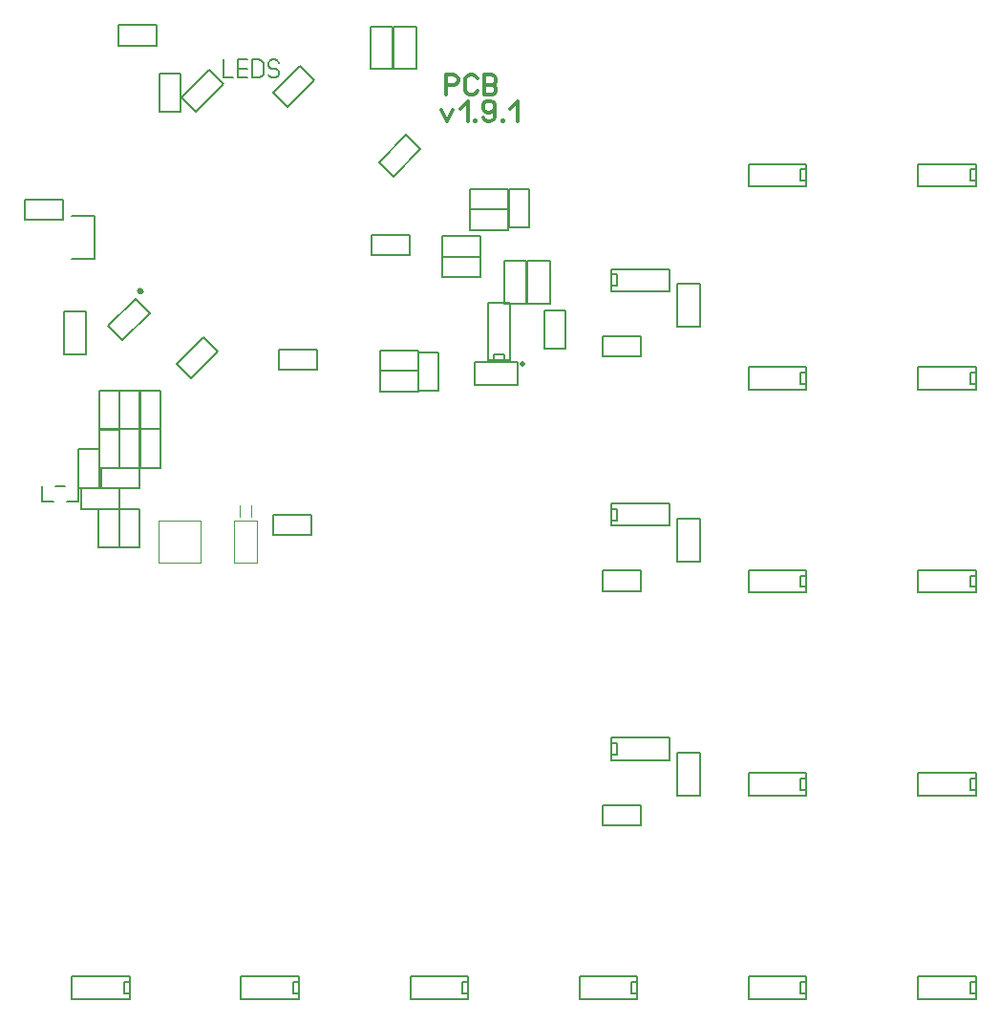
<source format=gto>
%FSLAX34Y34*%
%MOMM*%
%LNSILK_TOP*%
G71*
G01*
%ADD10C, 0.318*%
%ADD11C, 0.150*%
%ADD12C, 0.100*%
%ADD13C, 0.200*%
%ADD14C, 0.000*%
%LPD*%
G54D10*
X414554Y-77850D02*
X414554Y-60072D01*
X421220Y-60072D01*
X423887Y-61183D01*
X425220Y-63405D01*
X425220Y-65627D01*
X423887Y-67850D01*
X421220Y-68961D01*
X414554Y-68961D01*
G54D10*
X442109Y-74516D02*
X440776Y-76738D01*
X438109Y-77850D01*
X435443Y-77850D01*
X432776Y-76738D01*
X431443Y-74516D01*
X431443Y-63405D01*
X432776Y-61183D01*
X435443Y-60072D01*
X438109Y-60072D01*
X440776Y-61183D01*
X442109Y-63405D01*
G54D10*
X448332Y-77850D02*
X448332Y-60072D01*
X454998Y-60072D01*
X457665Y-61183D01*
X458998Y-63405D01*
X458998Y-65627D01*
X457665Y-67850D01*
X454998Y-68961D01*
X457665Y-70072D01*
X458998Y-72294D01*
X458998Y-74516D01*
X457665Y-76738D01*
X454998Y-77850D01*
X448332Y-77850D01*
G54D10*
X448332Y-68961D02*
X454998Y-68961D01*
G54D10*
X410185Y-91041D02*
X415519Y-101041D01*
X420852Y-91041D01*
G54D10*
X427074Y-89930D02*
X433741Y-83263D01*
X433741Y-101041D01*
G54D10*
X441030Y-101041D02*
X439963Y-101041D01*
X439963Y-100152D01*
X441030Y-100152D01*
X441030Y-101041D01*
X439963Y-101041D01*
G54D10*
X447252Y-97707D02*
X448586Y-99930D01*
X451252Y-101041D01*
X453919Y-101041D01*
X456586Y-99930D01*
X457919Y-97707D01*
X457919Y-92152D01*
X457919Y-91041D01*
X453919Y-93263D01*
X451252Y-93263D01*
X448586Y-92152D01*
X447252Y-89930D01*
X447252Y-86596D01*
X448586Y-84374D01*
X451252Y-83263D01*
X453919Y-83263D01*
X456586Y-84374D01*
X457919Y-86596D01*
X457919Y-92152D01*
G54D10*
X465208Y-101041D02*
X464141Y-101041D01*
X464141Y-100152D01*
X465208Y-100152D01*
X465208Y-101041D01*
X464141Y-101041D01*
G54D10*
X471430Y-89930D02*
X478097Y-83263D01*
X478097Y-101041D01*
G54D11*
X82652Y-185506D02*
X102652Y-185506D01*
X102652Y-223506D01*
X82652Y-223506D01*
G54D12*
G75*
G01X145959Y-251834D02*
G03X145959Y-251834I-2500J0D01*
G01*
G36*
G75*
G01X145959Y-251834D02*
G03X145959Y-251834I-2500J0D01*
G01*
G37*
X145959Y-251834D01*
G54D11*
X348290Y-219740D02*
X348290Y-201740D01*
X382290Y-201740D01*
X382290Y-219740D01*
X348290Y-219740D01*
G54D11*
X469669Y-179581D02*
X469669Y-197581D01*
X435669Y-197581D01*
X435669Y-179581D01*
X469669Y-179581D01*
G54D11*
X469669Y-161325D02*
X469669Y-179325D01*
X435669Y-179325D01*
X435669Y-161325D01*
X469669Y-161325D01*
G54D11*
X379281Y-113378D02*
X392009Y-126106D01*
X367967Y-150147D01*
X355239Y-137420D01*
X379281Y-113378D01*
G54D11*
X266600Y-321406D02*
X266600Y-303406D01*
X300600Y-303406D01*
X300600Y-321406D01*
X266600Y-321406D01*
G54D11*
X451621Y-313081D02*
X471621Y-313081D01*
X471621Y-261980D01*
X451621Y-261980D01*
X451621Y-313081D01*
G54D11*
X456621Y-313080D02*
X466621Y-313081D01*
X466622Y-308081D01*
X456621Y-308081D01*
X456621Y-313080D01*
G54D13*
X217274Y-46533D02*
X217274Y-62533D01*
X225674Y-62533D01*
G54D13*
X238474Y-62533D02*
X230074Y-62533D01*
X230074Y-46533D01*
X238474Y-46533D01*
G54D13*
X230074Y-54533D02*
X238474Y-54533D01*
G54D13*
X242874Y-62533D02*
X242874Y-46533D01*
X248874Y-46533D01*
X251274Y-47533D01*
X252474Y-49533D01*
X252474Y-59533D01*
X251274Y-61533D01*
X248874Y-62533D01*
X242874Y-62533D01*
G54D13*
X256874Y-59533D02*
X258074Y-61533D01*
X260474Y-62533D01*
X262874Y-62533D01*
X265274Y-61533D01*
X266474Y-59533D01*
X266474Y-57533D01*
X265274Y-55533D01*
X262874Y-54533D01*
X260474Y-54533D01*
X258074Y-53533D01*
X256874Y-51533D01*
X256874Y-49533D01*
X258074Y-47533D01*
X260474Y-46533D01*
X262874Y-46533D01*
X265274Y-47533D01*
X266474Y-49533D01*
G54D11*
X160863Y-59095D02*
X178863Y-59095D01*
X178863Y-93095D01*
X160863Y-93095D01*
X160863Y-59095D01*
G54D11*
X285216Y-52153D02*
X297944Y-64881D01*
X273903Y-88923D01*
X261175Y-76195D01*
X285216Y-52153D01*
G54D11*
X204254Y-55725D02*
X216982Y-68453D01*
X192940Y-92494D01*
X180212Y-79766D01*
X204254Y-55725D01*
G54D11*
X175456Y-316410D02*
X188184Y-329138D01*
X212225Y-305096D01*
X199498Y-292368D01*
X175456Y-316410D01*
G54D11*
X161168Y-340188D02*
X143169Y-340187D01*
X143169Y-374187D01*
X161168Y-374188D01*
X161168Y-340188D01*
G54D11*
X143309Y-340188D02*
X125310Y-340187D01*
X125310Y-374187D01*
X143309Y-374188D01*
X143309Y-340188D01*
G54D11*
X161168Y-374319D02*
X143169Y-374319D01*
X143169Y-408319D01*
X161168Y-408319D01*
X161168Y-374319D01*
G54D11*
X143309Y-374319D02*
X125310Y-374319D01*
X125310Y-408319D01*
X143309Y-408319D01*
X143309Y-374319D01*
G54D11*
X124588Y-445061D02*
X106589Y-445061D01*
X106589Y-479060D01*
X124589Y-479061D01*
X124588Y-445061D01*
G54D11*
X142974Y-445130D02*
X124974Y-445130D01*
X124974Y-479130D01*
X142974Y-479130D01*
X142974Y-445130D01*
G54D11*
X56533Y-424930D02*
X56533Y-437930D01*
X66533Y-437930D01*
G54D11*
X76533Y-424930D02*
X68533Y-424930D01*
G54D11*
X445308Y-221419D02*
X445308Y-239419D01*
X411308Y-239419D01*
X411308Y-221419D01*
X445308Y-221419D01*
G54D11*
X389784Y-304246D02*
X389784Y-322246D01*
X355784Y-322246D01*
X355784Y-304246D01*
X389784Y-304246D01*
G54D11*
X520089Y-303075D02*
X502089Y-303075D01*
X502089Y-269075D01*
X520089Y-269075D01*
X520089Y-303075D01*
G54D11*
X466036Y-224651D02*
X486036Y-224651D01*
X486036Y-262650D01*
X466036Y-262650D01*
X466036Y-224651D01*
G54D11*
X477842Y-314644D02*
X477842Y-334644D01*
X439842Y-334644D01*
X439842Y-314644D01*
X477842Y-314644D01*
G54D11*
X486673Y-224651D02*
X506673Y-224651D01*
X506673Y-262650D01*
X486673Y-262650D01*
X486673Y-224651D01*
G54D11*
X389784Y-322502D02*
X389784Y-340502D01*
X355784Y-340502D01*
X355784Y-322502D01*
X389784Y-322502D01*
G54D11*
X488193Y-161593D02*
X470193Y-161594D01*
X470193Y-195593D01*
X488193Y-195594D01*
X488193Y-161593D01*
G54D11*
X295327Y-450136D02*
X295327Y-468136D01*
X261327Y-468136D01*
X261327Y-450136D01*
X295327Y-450136D01*
G54D11*
X157788Y-16067D02*
X157788Y-34067D01*
X123788Y-34067D01*
X123788Y-16067D01*
X157788Y-16067D01*
G54D11*
X124865Y-340209D02*
X106865Y-340208D01*
X106865Y-374208D01*
X124865Y-374209D01*
X124865Y-340209D01*
G54D11*
X124862Y-374510D02*
X106862Y-374510D01*
X106862Y-408510D01*
X124862Y-408510D01*
X124862Y-374510D01*
G54D11*
X124818Y-444607D02*
X124819Y-426607D01*
X90819Y-426608D01*
X90818Y-444608D01*
X124818Y-444607D01*
G54D11*
X142975Y-426751D02*
X142975Y-408751D01*
X108975Y-408751D01*
X108975Y-426751D01*
X142975Y-426751D01*
G54D11*
X151891Y-271091D02*
X139164Y-258363D01*
X115122Y-282404D01*
X127850Y-295132D01*
X151891Y-271091D01*
G54D11*
X88796Y-426020D02*
X106796Y-426020D01*
X106796Y-392020D01*
X88796Y-392020D01*
X88796Y-426020D01*
G54D11*
X88539Y-424936D02*
X88539Y-437936D01*
X78539Y-437936D01*
G54D11*
X41028Y-188574D02*
X41028Y-170574D01*
X75028Y-170574D01*
X75028Y-188574D01*
X41028Y-188574D01*
G54D11*
X734043Y-879013D02*
X734043Y-859012D01*
X682942Y-859013D01*
X682942Y-879013D01*
X734043Y-879013D01*
G54D11*
X734043Y-874013D02*
X734043Y-864013D01*
X729043Y-864012D01*
X729043Y-874013D01*
X734043Y-874013D01*
G54D11*
X284043Y-879013D02*
X284043Y-859012D01*
X232942Y-859013D01*
X232942Y-879013D01*
X284043Y-879013D01*
G54D11*
X284043Y-874013D02*
X284043Y-864013D01*
X279043Y-864012D01*
X279043Y-874013D01*
X284043Y-874013D01*
G54D11*
X434043Y-879013D02*
X434043Y-859012D01*
X382943Y-859013D01*
X382942Y-879013D01*
X434043Y-879013D01*
G54D11*
X434043Y-874013D02*
X434043Y-864013D01*
X429043Y-864012D01*
X429043Y-874013D01*
X434043Y-874013D01*
G54D11*
X884042Y-879013D02*
X884042Y-859012D01*
X832942Y-859013D01*
X832942Y-879013D01*
X884042Y-879013D01*
G54D11*
X884042Y-874013D02*
X884042Y-864013D01*
X879042Y-864012D01*
X879042Y-874013D01*
X884042Y-874013D01*
G54D11*
X584043Y-879013D02*
X584042Y-859012D01*
X532942Y-859013D01*
X532942Y-879013D01*
X584043Y-879013D01*
G54D11*
X584042Y-874013D02*
X584042Y-864013D01*
X579042Y-864012D01*
X579043Y-874013D01*
X584042Y-874013D01*
G54D11*
X134043Y-879013D02*
X134042Y-859012D01*
X82942Y-859013D01*
X82942Y-879013D01*
X134043Y-879013D01*
G54D11*
X134042Y-874013D02*
X134042Y-864013D01*
X129042Y-864012D01*
X129043Y-874013D01*
X134042Y-874013D01*
G54D11*
X884043Y-699013D02*
X884042Y-679012D01*
X832942Y-679013D01*
X832942Y-699013D01*
X884043Y-699013D01*
G54D11*
X884042Y-694013D02*
X884042Y-684013D01*
X879042Y-684012D01*
X879043Y-694013D01*
X884042Y-694013D01*
G54D11*
X734043Y-699013D02*
X734042Y-679012D01*
X682942Y-679013D01*
X682942Y-699013D01*
X734043Y-699013D01*
G54D11*
X734042Y-694013D02*
X734042Y-684013D01*
X729042Y-684012D01*
X729043Y-694013D01*
X734042Y-694013D01*
G54D11*
X734043Y-519013D02*
X734042Y-499012D01*
X682942Y-499012D01*
X682942Y-519012D01*
X734043Y-519013D01*
G54D11*
X734042Y-514012D02*
X734042Y-504012D01*
X729042Y-504012D01*
X729043Y-514012D01*
X734042Y-514012D01*
G54D11*
X884043Y-519013D02*
X884043Y-499012D01*
X832943Y-499013D01*
X832942Y-519013D01*
X884043Y-519013D01*
G54D11*
X884043Y-514013D02*
X884043Y-504013D01*
X879043Y-504012D01*
X879043Y-514013D01*
X884043Y-514013D01*
G54D11*
X884043Y-339013D02*
X884043Y-319012D01*
X832942Y-319013D01*
X832942Y-339013D01*
X884043Y-339013D01*
G54D11*
X884043Y-334013D02*
X884043Y-324013D01*
X879043Y-324012D01*
X879043Y-334013D01*
X884043Y-334013D01*
G54D11*
X734043Y-339013D02*
X734043Y-319012D01*
X682943Y-319013D01*
X682942Y-339013D01*
X734043Y-339013D01*
G54D11*
X734043Y-334013D02*
X734043Y-324013D01*
X729043Y-324012D01*
X729043Y-334013D01*
X734043Y-334013D01*
G54D11*
X561252Y-647436D02*
X561252Y-667436D01*
X612352Y-667436D01*
X612352Y-647436D01*
X561252Y-647436D01*
G54D11*
X561252Y-652436D02*
X561252Y-662436D01*
X566252Y-662436D01*
X566252Y-652436D01*
X561252Y-652436D01*
G54D11*
X553349Y-725202D02*
X553349Y-707202D01*
X587349Y-707202D01*
X587349Y-725202D01*
X553349Y-725202D01*
G54D11*
X884043Y-159013D02*
X884043Y-139012D01*
X832942Y-139013D01*
X832942Y-159013D01*
X884043Y-159013D01*
G54D11*
X884043Y-154013D02*
X884043Y-144013D01*
X879043Y-144012D01*
X879043Y-154013D01*
X884043Y-154013D01*
G54D11*
X734042Y-159013D02*
X734042Y-139012D01*
X682942Y-139013D01*
X682942Y-159013D01*
X734042Y-159013D01*
G54D11*
X734042Y-154013D02*
X734042Y-144013D01*
X729042Y-144012D01*
X729042Y-154013D01*
X734042Y-154013D01*
G54D11*
X407819Y-339770D02*
X389819Y-339770D01*
X389819Y-305770D01*
X407820Y-305770D01*
X407819Y-339770D01*
G54D11*
X445308Y-203163D02*
X445308Y-221163D01*
X411308Y-221163D01*
X411308Y-203163D01*
X445308Y-203163D01*
G54D11*
X347559Y-17116D02*
X367559Y-17116D01*
X367559Y-55116D01*
X347559Y-55116D01*
X347559Y-17116D01*
G54D11*
X368196Y-17116D02*
X388196Y-17116D01*
X388196Y-55116D01*
X368196Y-55116D01*
X368196Y-17116D01*
G54D12*
X226765Y-455110D02*
X226765Y-492610D01*
X246765Y-492610D01*
X246765Y-455110D01*
X226765Y-455110D01*
G54D12*
X231765Y-451936D02*
X231765Y-441936D01*
G54D12*
X241765Y-451936D02*
X241765Y-441936D01*
G54D12*
X159544Y-455216D02*
X197247Y-455216D01*
X197247Y-492522D01*
X159544Y-492522D01*
X159544Y-455216D01*
G54D11*
X75522Y-269850D02*
X95522Y-269850D01*
X95522Y-307850D01*
X75522Y-307850D01*
X75522Y-269850D01*
G54D14*
G75*
G01X484203Y-316309D02*
G03X484203Y-316309I-2000J0D01*
G01*
G36*
G75*
G01X484203Y-316309D02*
G03X484203Y-316309I-2000J0D01*
G01*
G37*
X484203Y-316309D01*
G54D11*
X619689Y-660916D02*
X639689Y-660916D01*
X639689Y-698916D01*
X619689Y-698916D01*
X619689Y-660916D01*
G54D11*
X561252Y-439791D02*
X561252Y-459791D01*
X612352Y-459791D01*
X612352Y-439791D01*
X561252Y-439791D01*
G54D11*
X561252Y-444791D02*
X561252Y-454791D01*
X566252Y-454791D01*
X566252Y-444791D01*
X561252Y-444791D01*
G54D11*
X553349Y-517558D02*
X553349Y-499558D01*
X587349Y-499558D01*
X587349Y-517558D01*
X553349Y-517558D01*
G54D11*
X619689Y-453271D02*
X639689Y-453271D01*
X639689Y-491271D01*
X619689Y-491271D01*
X619689Y-453271D01*
G54D11*
X561252Y-232146D02*
X561252Y-252146D01*
X612352Y-252146D01*
X612352Y-232146D01*
X561252Y-232146D01*
G54D11*
X561252Y-237146D02*
X561252Y-247146D01*
X566252Y-247146D01*
X566252Y-237146D01*
X561252Y-237146D01*
G54D11*
X553349Y-309912D02*
X553349Y-291912D01*
X587349Y-291912D01*
X587349Y-309912D01*
X553349Y-309912D01*
G54D11*
X619689Y-245626D02*
X639689Y-245626D01*
X639689Y-283626D01*
X619689Y-283626D01*
X619689Y-245626D01*
M02*

</source>
